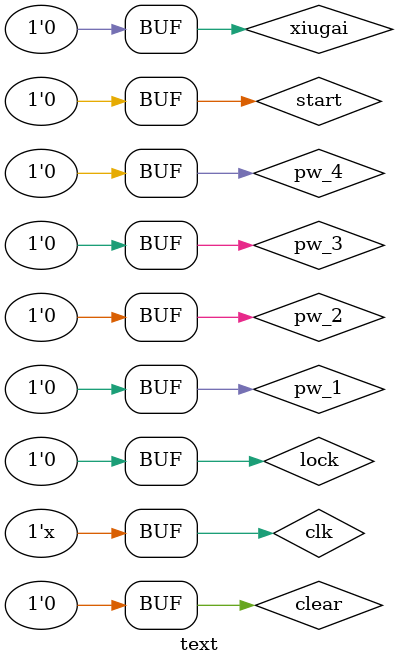
<source format=v>
`timescale 1ns / 1ps


module text(

    );

  reg clear;
  reg clk;
  wire [2:0]count;
  wire led_g;
  wire led_r;
  reg lock;
  reg pw_1;
  reg pw_2;
  reg pw_3;
  reg pw_4;
  reg start;
  reg xiugai;
  wire [1:0] n1,n2,n3,n4;

  design_1_wrapper unit
       (
       .count(count),
               .led_g(led_g),
               .led_r(led_r),.clear(clear),
        .clk(clk),
       
        .lock(lock),
        .pw_1(pw_1),
        .pw_2(pw_2),
        .pw_3(pw_3),
        .pw_4(pw_4),
        .n1(n1),
                .n2(n2),
                .n3(n3),
                .n4(n4),
        .start(start),
        .xiugai(xiugai));
        initial
        begin
        xiugai=0;
        lock=0;
        start=0;
        pw_1=0;
        pw_2=0;
        pw_3=0;
        pw_4=0;
        clear=0;
        clk=0;
        end
        always
        begin
        # 0.1 clk=~clk;
        end
        always
        begin
        #10 pw_2=1;
        #10 pw_2=0;
        #10 clear=1;
        #10 clear=0;
        #10 pw_1=1;
        #10 pw_1=0;
        #10 pw_1=1;
        #10 pw_1=0;
        #10 pw_1=1;
        #10 pw_1=0;
        #10 pw_1=1;
        #10 pw_1=0;
        #10 start=1;
        #10 start=0;
        #10 xiugai=1;
        #10 pw_4=1;
        #10 pw_4=0;
        #10 pw_2=1;
        #10 pw_2=0;
        #10 pw_3=1;
        #10 pw_3=0;
        #10 pw_1=1;
        #10 pw_1=0;
        #10 xiugai=0;
        #10 lock=1;
        #10 lock=0;
        #10 pw_4=1;
        #10 pw_4=0;
        #10 pw_2=1;
        #10 pw_2=0;
        #10 pw_3=1;
        #10 pw_3=0;
        #10 pw_1=1;
        #10 pw_1=0;
        #10 start=1;
        #10 start=0;
       
        end
        
endmodule

</source>
